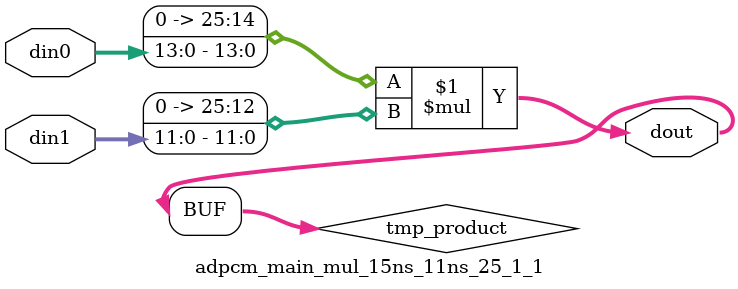
<source format=v>

`timescale 1 ns / 1 ps

  module adpcm_main_mul_15ns_11ns_25_1_1(din0, din1, dout);
parameter ID = 1;
parameter NUM_STAGE = 0;
parameter din0_WIDTH = 14;
parameter din1_WIDTH = 12;
parameter dout_WIDTH = 26;

input [din0_WIDTH - 1 : 0] din0; 
input [din1_WIDTH - 1 : 0] din1; 
output [dout_WIDTH - 1 : 0] dout;

wire signed [dout_WIDTH - 1 : 0] tmp_product;










assign tmp_product = $signed({1'b0, din0}) * $signed({1'b0, din1});











assign dout = tmp_product;







endmodule

</source>
